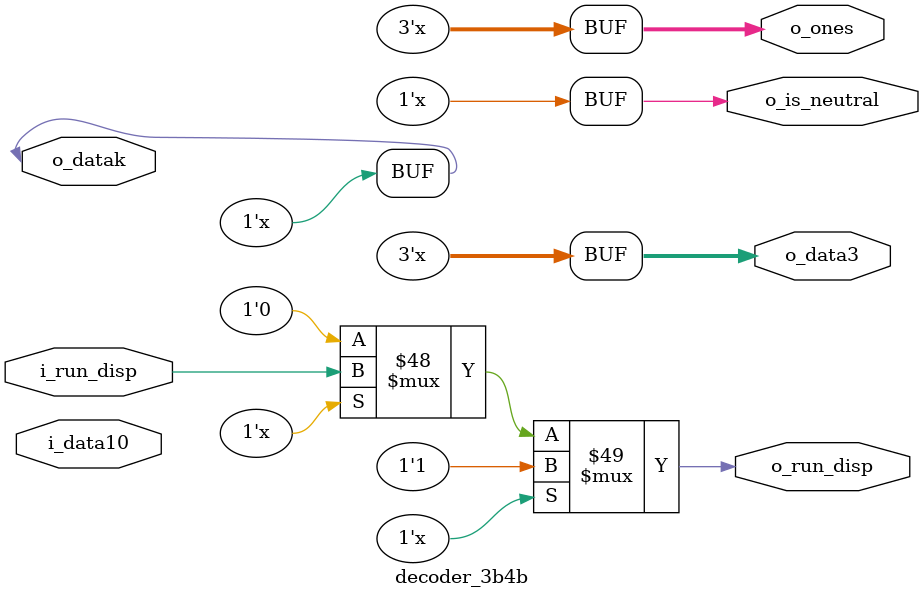
<source format=v>
/*




//_____________________________________________________________________________
//Description
    * Performs standard 3b/4b decoding for the upper 3 bits of an octet of data
    * reports the number of ones in the 4b word to indicate disparity for error checking
    * reports whether 4bit code is neutral to aid error checking
    * Used as part of a single byte 8B/10B encoder
    * To verify, compare input->output map with standard 8B/10B table
    
*/
//_____________________________________________________________________________
//Module declaration

`timescale 1ns/1ns

module decoder_3b4b (
    input   wire    [3:0]   i_data10,
    input   wire            o_datak,    //1=corresponding i_data bytes is a k character
    output  reg     [2:0]   o_data3,
    output  wire            o_is_neutral,
    output  wire    [2:0]   o_ones,
    input   wire            i_run_disp,
    output  wire            o_run_disp
);


//_____________________________________________________________________________
//Declarations

    wire                    k28neg;
    wire                    k28pos;
    wire                    kneg;
    wire                    kpos;


//_____________________________________________________________________________
//Main Body of code


    //Decode the top 3 bits from the top 4 bits of the 10 bit input
    always @*
    case(i_data10[9:6])
        4'b0000:    o_data3 =   3'b111;
        4'b0001:    o_data3 =   3'b111;
        4'b0010:    o_data3 =   3'b000;
        4'b0011:    o_data3 =   3'b011;
        4'b0100:    o_data3 =   &(~i_data10[5:2])?   3'b011:3'b100;
        4'b0101:    o_data3 =   &(~i_data10[5:2])?   3'b010:3'b101;
        4'b0110:    o_data3 =   &(~i_data10[5:2])?   3'b001:3'b110;
        4'b0111:    o_data3 =   &(~i_data10[5:2])?   3'b000:3'b111;
        4'b1000:    o_data3 =   3'b111;
        4'b1001:    o_data3 =   &(~i_data10[5:2])?   3'b110:3'b001;
        4'b1010:    o_data3 =   &(~i_data10[5:2])?   3'b101:3'b010;
        4'b1011:    o_data3 =   3'b100;
        4'b1100:    o_data3 =   3'b011;
        4'b1101:    o_data3 =   3'b000;
        4'b1110:    o_data3 =   3'b111;
        4'b1111:    o_data3 =   3'b000;
        default:    o_data3 =   3'bxxx;
    endcase
    

    //Decode to determine whether the lower 6 bits of the 10-bit code are
    //a k-character, and if so, what type
    assign  k28neg  =   6'b110000 == i_data10[5:0];
    
    assign  k28pos  =   6'b001111 == i_data10[5:0];
    
    assign  kneg    =   6'b000101    == i_data10[5:0]
                        || 6'b001001 == i_data10[5:0]
                        || 6'b010001 == i_data10[5:0]
                        || 6'b100001 == i_data10[5:0];
    
    assign  kpos    =   6'b111010    == i_data10[5:0]   
                        || 6'b110110 == i_data10[5:0]
                        || 6'b101110 == i_data10[5:0]
                        || 6'b011110 == i_data10[5:0];


    //Decode the upper 4-bits to search for k-characters
    always @*
    case(i_data10[9:6])
        4'b0000:    o_datak =   1'b0;   
        4'b0001:    o_datak =   k28pos||kpos;       
        4'b0010:    o_datak =   k28pos;  
        4'b0011:    o_datak =   k28neg; 
        4'b0100:    o_datak =   k28pos; 
        4'b0101:    o_datak =   k28pos||k28neg; 
        4'b0110:    o_datak =   k28pos||k28neg;  
        4'b0111:    o_datak =   1'b0;  
        4'b1000:    o_datak =   1'b0; 
        4'b1001:    o_datak =   k28pos||k28neg; 
        4'b1010:    o_datak =   k28pos||k28neg;  
        4'b1011:    o_datak =   k28neg;    
        4'b1100:    o_datak =   k28pos; 
        4'b1101:    o_datak =   k28neg; 
        4'b1110:    o_datak =   k28neg||kneg; 
        4'b1111:    o_datak =   1'b0;    
        default:    o_datak =   1'bx;   //Illegal 
    endcase
    
    
    //Count the number of ones in the 4-bit code 
    assign  o_ones  =   i_data10[9] + i_data10[8]+i_data10[7]+i_data10[6];
    
    //Assert neutral if the number of ones is 2, indicating equal ones and zeros
    assign  o_is_neutral    =   o_ones == 3'd2;
    
    //Set running disparity positive if there are more ones than zeros, to negative
    //if there are fewer ones than zeros, and to the previous value if the number
    //of ones and zeros is equal
    assign  o_run_disp  =   (o_ones > 3'd2)?    1'b1:
                            o_is_neutral?       i_run_disp:
                                                1'b0;  


endmodule
</source>
